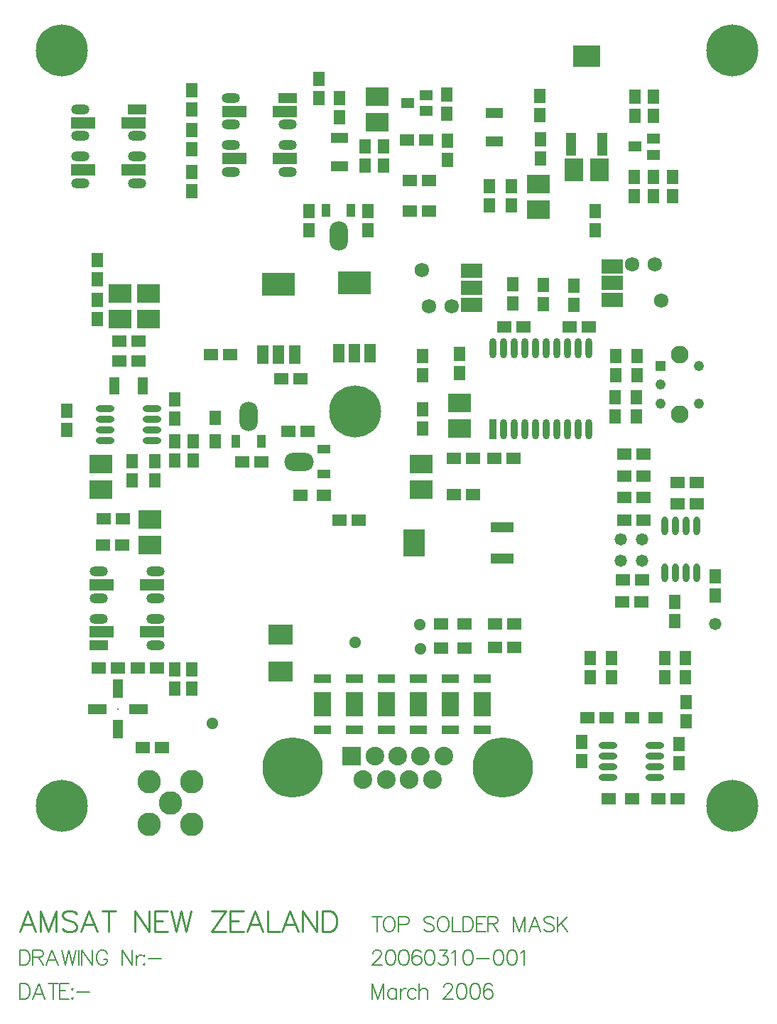
<source format=gts>
%FSLAX24Y24*%
%MOIN*%
G70*
G01*
G75*
%ADD10C,0.0039*%
%ADD11C,0.1102*%
%ADD12C,0.1063*%
%ADD13C,0.0394*%
%ADD14R,0.0940X0.0590*%
%ADD15O,0.0256X0.0866*%
%ADD16R,0.0256X0.0866*%
%ADD17R,0.0827X0.0394*%
%ADD18R,0.0394X0.0827*%
%ADD19R,0.1083X0.0850*%
%ADD20R,0.0709X0.1102*%
%ADD21R,0.0709X0.0354*%
%ADD22R,0.0500X0.0600*%
%ADD23R,0.0709X0.0394*%
%ADD24R,0.1102X0.0472*%
%ADD25O,0.0787X0.0394*%
%ADD26R,0.0787X0.0394*%
%ADD27O,0.0800X0.0240*%
%ADD28R,0.0800X0.1000*%
%ADD29R,0.0551X0.0394*%
%ADD30R,0.1181X0.0906*%
%ADD31R,0.0394X0.0984*%
%ADD32O,0.0787X0.1299*%
%ADD33R,0.0315X0.0551*%
%ADD34R,0.0600X0.0500*%
%ADD35O,0.1299X0.0787*%
%ADD36R,0.0551X0.0315*%
%ADD37O,0.0787X0.1299*%
%ADD38R,0.0315X0.0551*%
%ADD39R,0.1000X0.0800*%
%ADD40R,0.0394X0.0709*%
%ADD41R,0.0984X0.0394*%
%ADD42R,0.0906X0.1181*%
%ADD43O,0.0240X0.0800*%
%ADD44C,0.0512*%
%ADD45C,0.0276*%
%ADD46C,0.0236*%
%ADD47C,0.0098*%
%ADD48C,0.0315*%
%ADD49C,0.0394*%
%ADD50C,0.0433*%
%ADD51C,0.0138*%
%ADD52C,0.0098*%
%ADD53C,0.0118*%
%ADD54C,0.0472*%
%ADD55C,0.0071*%
%ADD56C,0.0100*%
%ADD57R,0.0315X0.0827*%
%ADD58R,0.1378X0.0748*%
%ADD59R,0.1654X0.0984*%
%ADD60R,0.0827X0.0315*%
%ADD61R,0.0315X0.0827*%
%ADD62R,0.2087X0.1220*%
%ADD63R,0.1575X0.1220*%
%ADD64R,0.1575X0.1220*%
%ADD65R,0.1339X0.1496*%
%ADD66R,0.0500X0.0800*%
%ADD67R,0.1500X0.1000*%
%ADD68C,0.0500*%
%ADD69C,0.0600*%
%ADD70C,0.0750*%
%ADD71C,0.0400*%
%ADD72R,0.0400X0.0400*%
%ADD73C,0.1024*%
%ADD74R,0.0800X0.0800*%
%ADD75C,0.0800*%
%ADD76C,0.2750*%
%ADD77P,0.0500X8X0*%
%ADD78C,0.2362*%
%ADD79C,0.2362*%
%ADD80C,0.0551*%
%ADD81C,0.0512*%
%ADD82C,0.0157*%
%ADD83C,0.0787*%
%ADD84C,0.0197*%
%ADD85C,0.0079*%
%ADD86C,0.0080*%
%ADD87C,0.0060*%
%ADD88C,0.0120*%
%ADD89R,0.1019X0.0669*%
%ADD90O,0.0335X0.0945*%
%ADD91R,0.0335X0.0945*%
%ADD92R,0.0906X0.0472*%
%ADD93R,0.0472X0.0906*%
%ADD94R,0.1161X0.0929*%
%ADD95R,0.0787X0.1181*%
%ADD96R,0.0787X0.0433*%
%ADD97R,0.0579X0.0679*%
%ADD98R,0.0787X0.0472*%
%ADD99R,0.1181X0.0551*%
%ADD100O,0.0866X0.0472*%
%ADD101R,0.0866X0.0472*%
%ADD102O,0.0879X0.0319*%
%ADD103R,0.0879X0.1079*%
%ADD104R,0.0630X0.0472*%
%ADD105R,0.1260X0.0984*%
%ADD106R,0.0472X0.1063*%
%ADD107O,0.0866X0.1378*%
%ADD108R,0.0394X0.0630*%
%ADD109R,0.0679X0.0579*%
%ADD110O,0.1378X0.0866*%
%ADD111R,0.0630X0.0394*%
%ADD112O,0.0866X0.1378*%
%ADD113R,0.0394X0.0630*%
%ADD114R,0.1079X0.0879*%
%ADD115R,0.0472X0.0787*%
%ADD116R,0.1063X0.0472*%
%ADD117R,0.0984X0.1260*%
%ADD118O,0.0319X0.0879*%
%ADD119R,0.0579X0.0879*%
%ADD120R,0.1579X0.1079*%
%ADD121C,0.0579*%
%ADD122C,0.0679*%
%ADD123C,0.0829*%
%ADD124C,0.0479*%
%ADD125R,0.0479X0.0479*%
%ADD126C,0.0079*%
%ADD127C,0.1102*%
%ADD128R,0.0879X0.0879*%
%ADD129C,0.0879*%
%ADD130C,0.2829*%
%ADD131P,0.0579X8X0*%
%ADD132C,0.2441*%
%ADD133C,0.2441*%
D47*
X750Y-3937D02*
X375Y-2953D01*
X0Y-3937D01*
X141Y-3609D02*
X609D01*
X979Y-2953D02*
Y-3937D01*
Y-2953D02*
X1354Y-3937D01*
X1729Y-2953D02*
X1354Y-3937D01*
X1729Y-2953D02*
Y-3937D01*
X2666Y-3094D02*
X2573Y-3000D01*
X2432Y-2953D01*
X2245D01*
X2104Y-3000D01*
X2010Y-3094D01*
Y-3187D01*
X2057Y-3281D01*
X2104Y-3328D01*
X2198Y-3375D01*
X2479Y-3468D01*
X2573Y-3515D01*
X2619Y-3562D01*
X2666Y-3656D01*
Y-3796D01*
X2573Y-3890D01*
X2432Y-3937D01*
X2245D01*
X2104Y-3890D01*
X2010Y-3796D01*
X3636Y-3937D02*
X3261Y-2953D01*
X2887Y-3937D01*
X3027Y-3609D02*
X3496D01*
X4194Y-2953D02*
Y-3937D01*
X3866Y-2953D02*
X4522D01*
X5412D02*
Y-3937D01*
Y-2953D02*
X6068Y-3937D01*
Y-2953D02*
Y-3937D01*
X6949Y-2953D02*
X6340D01*
Y-3937D01*
X6949D01*
X6340Y-3422D02*
X6715D01*
X7113Y-2953D02*
X7348Y-3937D01*
X7582Y-2953D02*
X7348Y-3937D01*
X7582Y-2953D02*
X7816Y-3937D01*
X8050Y-2953D02*
X7816Y-3937D01*
X9676Y-2953D02*
X9020Y-3937D01*
Y-2953D02*
X9676D01*
X9020Y-3937D02*
X9676D01*
X10506Y-2953D02*
X9897D01*
Y-3937D01*
X10506D01*
X9897Y-3422D02*
X10272D01*
X11420Y-3937D02*
X11045Y-2953D01*
X10670Y-3937D01*
X10810Y-3609D02*
X11279D01*
X11649Y-2953D02*
Y-3937D01*
X12211D01*
X13069D02*
X12694Y-2953D01*
X12319Y-3937D01*
X12460Y-3609D02*
X12928D01*
X13299Y-2953D02*
Y-3937D01*
Y-2953D02*
X13955Y-3937D01*
Y-2953D02*
Y-3937D01*
X14226Y-2953D02*
Y-3937D01*
Y-2953D02*
X14554D01*
X14695Y-3000D01*
X14789Y-3094D01*
X14836Y-3187D01*
X14882Y-3328D01*
Y-3562D01*
X14836Y-3703D01*
X14789Y-3796D01*
X14695Y-3890D01*
X14554Y-3937D01*
X14226D01*
D55*
X16772Y-3228D02*
Y-3937D01*
X16535Y-3228D02*
X17008D01*
X17295D02*
X17227Y-3262D01*
X17160Y-3330D01*
X17126Y-3397D01*
X17092Y-3498D01*
Y-3667D01*
X17126Y-3768D01*
X17160Y-3836D01*
X17227Y-3903D01*
X17295Y-3937D01*
X17429D01*
X17497Y-3903D01*
X17564Y-3836D01*
X17598Y-3768D01*
X17632Y-3667D01*
Y-3498D01*
X17598Y-3397D01*
X17564Y-3330D01*
X17497Y-3262D01*
X17429Y-3228D01*
X17295D01*
X17797Y-3600D02*
X18101D01*
X18202Y-3566D01*
X18236Y-3532D01*
X18270Y-3465D01*
Y-3363D01*
X18236Y-3296D01*
X18202Y-3262D01*
X18101Y-3228D01*
X17797D01*
Y-3937D01*
X19457Y-3330D02*
X19390Y-3262D01*
X19289Y-3228D01*
X19154D01*
X19052Y-3262D01*
X18985Y-3330D01*
Y-3397D01*
X19019Y-3465D01*
X19052Y-3498D01*
X19120Y-3532D01*
X19322Y-3600D01*
X19390Y-3633D01*
X19423Y-3667D01*
X19457Y-3735D01*
Y-3836D01*
X19390Y-3903D01*
X19289Y-3937D01*
X19154D01*
X19052Y-3903D01*
X18985Y-3836D01*
X19818Y-3228D02*
X19751Y-3262D01*
X19683Y-3330D01*
X19649Y-3397D01*
X19616Y-3498D01*
Y-3667D01*
X19649Y-3768D01*
X19683Y-3836D01*
X19751Y-3903D01*
X19818Y-3937D01*
X19953D01*
X20021Y-3903D01*
X20088Y-3836D01*
X20122Y-3768D01*
X20156Y-3667D01*
Y-3498D01*
X20122Y-3397D01*
X20088Y-3330D01*
X20021Y-3262D01*
X19953Y-3228D01*
X19818D01*
X20321D02*
Y-3937D01*
X20726D01*
X20803Y-3228D02*
Y-3937D01*
Y-3228D02*
X21040D01*
X21141Y-3262D01*
X21208Y-3330D01*
X21242Y-3397D01*
X21276Y-3498D01*
Y-3667D01*
X21242Y-3768D01*
X21208Y-3836D01*
X21141Y-3903D01*
X21040Y-3937D01*
X20803D01*
X21873Y-3228D02*
X21434D01*
Y-3937D01*
X21873D01*
X21434Y-3566D02*
X21704D01*
X21991Y-3228D02*
Y-3937D01*
Y-3228D02*
X22295D01*
X22396Y-3262D01*
X22430Y-3296D01*
X22463Y-3363D01*
Y-3431D01*
X22430Y-3498D01*
X22396Y-3532D01*
X22295Y-3566D01*
X21991D01*
X22227D02*
X22463Y-3937D01*
X23179Y-3228D02*
Y-3937D01*
Y-3228D02*
X23448Y-3937D01*
X23718Y-3228D02*
X23448Y-3937D01*
X23718Y-3228D02*
Y-3937D01*
X24461D02*
X24191Y-3228D01*
X23921Y-3937D01*
X24022Y-3701D02*
X24359D01*
X25098Y-3330D02*
X25031Y-3262D01*
X24930Y-3228D01*
X24795D01*
X24693Y-3262D01*
X24626Y-3330D01*
Y-3397D01*
X24660Y-3465D01*
X24693Y-3498D01*
X24761Y-3532D01*
X24963Y-3600D01*
X25031Y-3633D01*
X25065Y-3667D01*
X25098Y-3735D01*
Y-3836D01*
X25031Y-3903D01*
X24930Y-3937D01*
X24795D01*
X24693Y-3903D01*
X24626Y-3836D01*
X25257Y-3228D02*
Y-3937D01*
X25729Y-3228D02*
X25257Y-3701D01*
X25426Y-3532D02*
X25729Y-3937D01*
X0Y-4803D02*
Y-5512D01*
Y-4803D02*
X236D01*
X337Y-4837D01*
X405Y-4905D01*
X439Y-4972D01*
X472Y-5073D01*
Y-5242D01*
X439Y-5343D01*
X405Y-5411D01*
X337Y-5478D01*
X236Y-5512D01*
X0D01*
X631Y-4803D02*
Y-5512D01*
Y-4803D02*
X935D01*
X1036Y-4837D01*
X1070Y-4871D01*
X1103Y-4938D01*
Y-5006D01*
X1070Y-5073D01*
X1036Y-5107D01*
X935Y-5141D01*
X631D01*
X867D02*
X1103Y-5512D01*
X1802D02*
X1532Y-4803D01*
X1262Y-5512D01*
X1363Y-5276D02*
X1700D01*
X1967Y-4803D02*
X2136Y-5512D01*
X2304Y-4803D02*
X2136Y-5512D01*
X2304Y-4803D02*
X2473Y-5512D01*
X2642Y-4803D02*
X2473Y-5512D01*
X2783Y-4803D02*
Y-5512D01*
X2932Y-4803D02*
Y-5512D01*
Y-4803D02*
X3404Y-5512D01*
Y-4803D02*
Y-5512D01*
X4106Y-4972D02*
X4072Y-4905D01*
X4005Y-4837D01*
X3937Y-4803D01*
X3802D01*
X3735Y-4837D01*
X3667Y-4905D01*
X3634Y-4972D01*
X3600Y-5073D01*
Y-5242D01*
X3634Y-5343D01*
X3667Y-5411D01*
X3735Y-5478D01*
X3802Y-5512D01*
X3937D01*
X4005Y-5478D01*
X4072Y-5411D01*
X4106Y-5343D01*
Y-5242D01*
X3937D02*
X4106D01*
X4825Y-4803D02*
Y-5512D01*
Y-4803D02*
X5297Y-5512D01*
Y-4803D02*
Y-5512D01*
X5493Y-5039D02*
Y-5512D01*
Y-5242D02*
X5526Y-5141D01*
X5594Y-5073D01*
X5661Y-5039D01*
X5763D01*
X5860D02*
X5827Y-5073D01*
X5860Y-5107D01*
X5894Y-5073D01*
X5860Y-5039D01*
Y-5444D02*
X5827Y-5478D01*
X5860Y-5512D01*
X5894Y-5478D01*
X5860Y-5444D01*
X6049Y-5208D02*
X6657D01*
X16535Y-6378D02*
Y-7087D01*
Y-6378D02*
X16805Y-7087D01*
X17075Y-6378D02*
X16805Y-7087D01*
X17075Y-6378D02*
Y-7087D01*
X17683Y-6614D02*
Y-7087D01*
Y-6715D02*
X17615Y-6648D01*
X17548Y-6614D01*
X17446D01*
X17379Y-6648D01*
X17311Y-6715D01*
X17278Y-6817D01*
Y-6884D01*
X17311Y-6985D01*
X17379Y-7053D01*
X17446Y-7087D01*
X17548D01*
X17615Y-7053D01*
X17683Y-6985D01*
X17871Y-6614D02*
Y-7087D01*
Y-6817D02*
X17905Y-6715D01*
X17973Y-6648D01*
X18040Y-6614D01*
X18141D01*
X18610Y-6715D02*
X18543Y-6648D01*
X18475Y-6614D01*
X18374D01*
X18307Y-6648D01*
X18239Y-6715D01*
X18205Y-6817D01*
Y-6884D01*
X18239Y-6985D01*
X18307Y-7053D01*
X18374Y-7087D01*
X18475D01*
X18543Y-7053D01*
X18610Y-6985D01*
X18762Y-6378D02*
Y-7087D01*
Y-6749D02*
X18863Y-6648D01*
X18931Y-6614D01*
X19032D01*
X19100Y-6648D01*
X19133Y-6749D01*
Y-7087D01*
X19909Y-6547D02*
Y-6513D01*
X19943Y-6446D01*
X19977Y-6412D01*
X20044Y-6378D01*
X20179D01*
X20247Y-6412D01*
X20280Y-6446D01*
X20314Y-6513D01*
Y-6581D01*
X20280Y-6648D01*
X20213Y-6749D01*
X19876Y-7087D01*
X20348D01*
X20709Y-6378D02*
X20608Y-6412D01*
X20540Y-6513D01*
X20506Y-6682D01*
Y-6783D01*
X20540Y-6952D01*
X20608Y-7053D01*
X20709Y-7087D01*
X20776D01*
X20878Y-7053D01*
X20945Y-6952D01*
X20979Y-6783D01*
Y-6682D01*
X20945Y-6513D01*
X20878Y-6412D01*
X20776Y-6378D01*
X20709D01*
X21340D02*
X21239Y-6412D01*
X21171Y-6513D01*
X21137Y-6682D01*
Y-6783D01*
X21171Y-6952D01*
X21239Y-7053D01*
X21340Y-7087D01*
X21407D01*
X21508Y-7053D01*
X21576Y-6952D01*
X21610Y-6783D01*
Y-6682D01*
X21576Y-6513D01*
X21508Y-6412D01*
X21407Y-6378D01*
X21340D01*
X22173Y-6479D02*
X22139Y-6412D01*
X22038Y-6378D01*
X21971D01*
X21869Y-6412D01*
X21802Y-6513D01*
X21768Y-6682D01*
Y-6850D01*
X21802Y-6985D01*
X21869Y-7053D01*
X21971Y-7087D01*
X22004D01*
X22106Y-7053D01*
X22173Y-6985D01*
X22207Y-6884D01*
Y-6850D01*
X22173Y-6749D01*
X22106Y-6682D01*
X22004Y-6648D01*
X21971D01*
X21869Y-6682D01*
X21802Y-6749D01*
X21768Y-6850D01*
X16569Y-4972D02*
Y-4938D01*
X16603Y-4871D01*
X16637Y-4837D01*
X16704Y-4803D01*
X16839D01*
X16907Y-4837D01*
X16940Y-4871D01*
X16974Y-4938D01*
Y-5006D01*
X16940Y-5073D01*
X16873Y-5174D01*
X16535Y-5512D01*
X17008D01*
X17369Y-4803D02*
X17268Y-4837D01*
X17200Y-4938D01*
X17166Y-5107D01*
Y-5208D01*
X17200Y-5377D01*
X17268Y-5478D01*
X17369Y-5512D01*
X17436D01*
X17537Y-5478D01*
X17605Y-5377D01*
X17639Y-5208D01*
Y-5107D01*
X17605Y-4938D01*
X17537Y-4837D01*
X17436Y-4803D01*
X17369D01*
X18000D02*
X17898Y-4837D01*
X17831Y-4938D01*
X17797Y-5107D01*
Y-5208D01*
X17831Y-5377D01*
X17898Y-5478D01*
X18000Y-5512D01*
X18067D01*
X18168Y-5478D01*
X18236Y-5377D01*
X18270Y-5208D01*
Y-5107D01*
X18236Y-4938D01*
X18168Y-4837D01*
X18067Y-4803D01*
X18000D01*
X18833Y-4905D02*
X18799Y-4837D01*
X18698Y-4803D01*
X18631D01*
X18529Y-4837D01*
X18462Y-4938D01*
X18428Y-5107D01*
Y-5276D01*
X18462Y-5411D01*
X18529Y-5478D01*
X18631Y-5512D01*
X18664D01*
X18766Y-5478D01*
X18833Y-5411D01*
X18867Y-5309D01*
Y-5276D01*
X18833Y-5174D01*
X18766Y-5107D01*
X18664Y-5073D01*
X18631D01*
X18529Y-5107D01*
X18462Y-5174D01*
X18428Y-5276D01*
X19224Y-4803D02*
X19123Y-4837D01*
X19056Y-4938D01*
X19022Y-5107D01*
Y-5208D01*
X19056Y-5377D01*
X19123Y-5478D01*
X19224Y-5512D01*
X19292D01*
X19393Y-5478D01*
X19461Y-5377D01*
X19494Y-5208D01*
Y-5107D01*
X19461Y-4938D01*
X19393Y-4837D01*
X19292Y-4803D01*
X19224D01*
X19720D02*
X20091D01*
X19889Y-5073D01*
X19990D01*
X20058Y-5107D01*
X20091Y-5141D01*
X20125Y-5242D01*
Y-5309D01*
X20091Y-5411D01*
X20024Y-5478D01*
X19923Y-5512D01*
X19822D01*
X19720Y-5478D01*
X19687Y-5444D01*
X19653Y-5377D01*
X20284Y-4938D02*
X20351Y-4905D01*
X20452Y-4803D01*
Y-5512D01*
X21006Y-4803D02*
X20905Y-4837D01*
X20837Y-4938D01*
X20803Y-5107D01*
Y-5208D01*
X20837Y-5377D01*
X20905Y-5478D01*
X21006Y-5512D01*
X21073D01*
X21174Y-5478D01*
X21242Y-5377D01*
X21276Y-5208D01*
Y-5107D01*
X21242Y-4938D01*
X21174Y-4837D01*
X21073Y-4803D01*
X21006D01*
X21434Y-5208D02*
X22042D01*
X22453Y-4803D02*
X22352Y-4837D01*
X22284Y-4938D01*
X22251Y-5107D01*
Y-5208D01*
X22284Y-5377D01*
X22352Y-5478D01*
X22453Y-5512D01*
X22521D01*
X22622Y-5478D01*
X22689Y-5377D01*
X22723Y-5208D01*
Y-5107D01*
X22689Y-4938D01*
X22622Y-4837D01*
X22521Y-4803D01*
X22453D01*
X23084D02*
X22983Y-4837D01*
X22915Y-4938D01*
X22882Y-5107D01*
Y-5208D01*
X22915Y-5377D01*
X22983Y-5478D01*
X23084Y-5512D01*
X23152D01*
X23253Y-5478D01*
X23320Y-5377D01*
X23354Y-5208D01*
Y-5107D01*
X23320Y-4938D01*
X23253Y-4837D01*
X23152Y-4803D01*
X23084D01*
X23513Y-4938D02*
X23580Y-4905D01*
X23681Y-4803D01*
Y-5512D01*
X0Y-6378D02*
Y-7087D01*
Y-6378D02*
X236D01*
X337Y-6412D01*
X405Y-6479D01*
X439Y-6547D01*
X472Y-6648D01*
Y-6817D01*
X439Y-6918D01*
X405Y-6985D01*
X337Y-7053D01*
X236Y-7087D01*
X0D01*
X1171D02*
X901Y-6378D01*
X631Y-7087D01*
X732Y-6850D02*
X1070D01*
X1572Y-6378D02*
Y-7087D01*
X1336Y-6378D02*
X1808D01*
X2331D02*
X1893D01*
Y-7087D01*
X2331D01*
X1893Y-6715D02*
X2163D01*
X2483Y-6614D02*
X2449Y-6648D01*
X2483Y-6682D01*
X2517Y-6648D01*
X2483Y-6614D01*
Y-7019D02*
X2449Y-7053D01*
X2483Y-7087D01*
X2517Y-7053D01*
X2483Y-7019D01*
X2672Y-6783D02*
X3279D01*
D89*
X21216Y27052D02*
D03*
Y25472D02*
D03*
Y26262D02*
D03*
X27800Y26493D02*
D03*
Y27283D02*
D03*
Y25703D02*
D03*
D90*
X26705Y23425D02*
D03*
X26205D02*
D03*
X25705D02*
D03*
X24705D02*
D03*
X24205D02*
D03*
X23705D02*
D03*
X22705D02*
D03*
X26705Y19646D02*
D03*
X26205D02*
D03*
X25705D02*
D03*
X25205D02*
D03*
X24705D02*
D03*
X24205D02*
D03*
X23705D02*
D03*
X23205D02*
D03*
X22705D02*
D03*
X22205Y23425D02*
D03*
X23205D02*
D03*
X25205D02*
D03*
D91*
X22205Y19646D02*
D03*
D92*
X5571Y6516D02*
D03*
X3642D02*
D03*
D93*
X4606Y5551D02*
D03*
Y7480D02*
D03*
D94*
X12250Y8260D02*
D03*
Y10000D02*
D03*
D95*
X21710Y6720D02*
D03*
X14210D02*
D03*
X15710D02*
D03*
X17210D02*
D03*
X18710D02*
D03*
X20210D02*
D03*
D96*
X21710Y5519D02*
D03*
Y7921D02*
D03*
X14210D02*
D03*
Y5519D02*
D03*
X15710Y7921D02*
D03*
Y5519D02*
D03*
X17210Y7921D02*
D03*
Y5519D02*
D03*
X18710Y7921D02*
D03*
Y5519D02*
D03*
X20210Y7921D02*
D03*
Y5519D02*
D03*
D97*
X9173Y20155D02*
D03*
Y19055D02*
D03*
X14055Y35177D02*
D03*
Y36077D02*
D03*
X8071Y34632D02*
D03*
Y35531D02*
D03*
X30276Y8892D02*
D03*
Y7992D02*
D03*
X31260D02*
D03*
Y8892D02*
D03*
X27795Y8911D02*
D03*
Y8011D02*
D03*
X8071Y33676D02*
D03*
Y32776D02*
D03*
Y31707D02*
D03*
Y30807D02*
D03*
X28888Y34346D02*
D03*
Y35246D02*
D03*
X30659Y31461D02*
D03*
Y30561D02*
D03*
X23071Y30143D02*
D03*
Y31043D02*
D03*
X28848Y30567D02*
D03*
Y31467D02*
D03*
X3661Y27559D02*
D03*
Y26659D02*
D03*
X5276Y18144D02*
D03*
Y17244D02*
D03*
X15000Y35152D02*
D03*
Y34252D02*
D03*
X20039Y34429D02*
D03*
Y35329D02*
D03*
X24400Y34380D02*
D03*
Y35280D02*
D03*
X29754Y34341D02*
D03*
Y35241D02*
D03*
Y31467D02*
D03*
Y30567D02*
D03*
X16339Y29882D02*
D03*
Y28982D02*
D03*
X13583Y29882D02*
D03*
Y28982D02*
D03*
X17087Y32894D02*
D03*
Y31994D02*
D03*
X16220Y31988D02*
D03*
Y32888D02*
D03*
X20079Y32264D02*
D03*
Y33164D02*
D03*
X27008Y28962D02*
D03*
Y29862D02*
D03*
X24439Y32333D02*
D03*
Y33233D02*
D03*
X22047Y30118D02*
D03*
Y31018D02*
D03*
X3661Y24809D02*
D03*
Y25709D02*
D03*
X7283Y21018D02*
D03*
Y20118D02*
D03*
X6339Y17244D02*
D03*
Y18144D02*
D03*
X8150Y18155D02*
D03*
Y19055D02*
D03*
X7283D02*
D03*
Y18155D02*
D03*
X8071Y8380D02*
D03*
Y7480D02*
D03*
X7283D02*
D03*
Y8380D02*
D03*
X24567Y26412D02*
D03*
X30748Y11535D02*
D03*
Y10635D02*
D03*
X20654Y23178D02*
D03*
Y22278D02*
D03*
X18904Y19678D02*
D03*
Y20578D02*
D03*
Y22178D02*
D03*
Y23078D02*
D03*
X27992Y23071D02*
D03*
Y22171D02*
D03*
X28954Y20248D02*
D03*
Y21148D02*
D03*
X27954Y20248D02*
D03*
Y21148D02*
D03*
X31299Y5945D02*
D03*
Y6845D02*
D03*
X2205Y20512D02*
D03*
Y19612D02*
D03*
X30964Y4856D02*
D03*
Y3956D02*
D03*
X26772Y8911D02*
D03*
Y8011D02*
D03*
X32638Y11817D02*
D03*
Y12717D02*
D03*
X26378Y4955D02*
D03*
Y4055D02*
D03*
X28976Y22171D02*
D03*
Y23071D02*
D03*
X24567Y25512D02*
D03*
X23150Y26417D02*
D03*
Y25517D02*
D03*
X26024Y26378D02*
D03*
Y25478D02*
D03*
D98*
X15000Y33307D02*
D03*
Y31969D02*
D03*
X22283Y33130D02*
D03*
Y34469D02*
D03*
D99*
X5354Y31811D02*
D03*
X2992D02*
D03*
Y34016D02*
D03*
X5354D02*
D03*
X12441Y34547D02*
D03*
X10079D02*
D03*
Y32343D02*
D03*
X12441D02*
D03*
X3858Y12323D02*
D03*
X6220D02*
D03*
Y10118D02*
D03*
X3858D02*
D03*
D100*
X5512Y33386D02*
D03*
Y32441D02*
D03*
Y31181D02*
D03*
X2835D02*
D03*
Y32441D02*
D03*
Y33386D02*
D03*
Y34646D02*
D03*
X9921Y35177D02*
D03*
Y33917D02*
D03*
Y32972D02*
D03*
Y31713D02*
D03*
X12598D02*
D03*
Y32972D02*
D03*
Y33917D02*
D03*
X3701Y10748D02*
D03*
Y11693D02*
D03*
Y12953D02*
D03*
X6378D02*
D03*
Y11693D02*
D03*
Y10748D02*
D03*
Y9488D02*
D03*
D101*
X5512Y34646D02*
D03*
X12598Y35177D02*
D03*
X3701Y9488D02*
D03*
D102*
X6220Y19094D02*
D03*
Y19594D02*
D03*
Y20094D02*
D03*
Y20594D02*
D03*
X4020D02*
D03*
Y20094D02*
D03*
Y19594D02*
D03*
Y19094D02*
D03*
X27631Y4788D02*
D03*
Y4288D02*
D03*
Y3788D02*
D03*
Y3288D02*
D03*
X29831D02*
D03*
Y3788D02*
D03*
Y4288D02*
D03*
Y4788D02*
D03*
D103*
X27205Y31791D02*
D03*
X26005D02*
D03*
D104*
X19094Y35315D02*
D03*
Y34567D02*
D03*
X18228Y34941D02*
D03*
X28888Y32884D02*
D03*
X29754Y32510D02*
D03*
Y33258D02*
D03*
D105*
X26614Y37136D02*
D03*
D106*
X27352Y33002D02*
D03*
X25876D02*
D03*
D107*
X10748Y20236D02*
D03*
D108*
X11339Y19055D02*
D03*
X10157D02*
D03*
D109*
X27659Y2302D02*
D03*
X28759D02*
D03*
X19207Y31299D02*
D03*
X18307D02*
D03*
X19094Y33209D02*
D03*
X18194D02*
D03*
X18307Y29882D02*
D03*
X19207D02*
D03*
X6451Y8425D02*
D03*
X5551D02*
D03*
X12289Y22008D02*
D03*
X13189D02*
D03*
X9882Y23150D02*
D03*
X8982D02*
D03*
X5591Y23780D02*
D03*
X4691D02*
D03*
Y22835D02*
D03*
X5591D02*
D03*
X3943Y15433D02*
D03*
X4843D02*
D03*
X4803Y14213D02*
D03*
X3903D02*
D03*
X4606Y8425D02*
D03*
X3706D02*
D03*
X15900Y15354D02*
D03*
X15000D02*
D03*
X26659Y6102D02*
D03*
X27559D02*
D03*
X21299Y16575D02*
D03*
X20399D02*
D03*
X12604Y19528D02*
D03*
X13504D02*
D03*
X22328Y10512D02*
D03*
X23228D02*
D03*
X20394Y18268D02*
D03*
X21294D02*
D03*
X29291Y16417D02*
D03*
X28391D02*
D03*
X28386Y18465D02*
D03*
X29286D02*
D03*
X6693Y4685D02*
D03*
X5793D02*
D03*
X19766Y9370D02*
D03*
X20866D02*
D03*
X19766Y10512D02*
D03*
X20866D02*
D03*
X29840Y6102D02*
D03*
X28740D02*
D03*
X13191Y16535D02*
D03*
X14291D02*
D03*
X30880Y2302D02*
D03*
X29980D02*
D03*
X29286Y15354D02*
D03*
X28386D02*
D03*
X29286Y17441D02*
D03*
X28386D02*
D03*
X30872Y17126D02*
D03*
X31772D02*
D03*
X31766Y16142D02*
D03*
X30866D02*
D03*
X28273Y11535D02*
D03*
X29173D02*
D03*
X23228Y9409D02*
D03*
X22328D02*
D03*
X29213Y12559D02*
D03*
X28313D02*
D03*
X22289Y18268D02*
D03*
X23189D02*
D03*
X10439Y18110D02*
D03*
X11339D02*
D03*
X25827Y24449D02*
D03*
X26727D02*
D03*
X23656D02*
D03*
X22756D02*
D03*
D110*
X13110Y18110D02*
D03*
D111*
X14291Y18701D02*
D03*
Y17520D02*
D03*
D112*
X14970Y28703D02*
D03*
D113*
X14380Y29884D02*
D03*
X15561D02*
D03*
D114*
X16772Y34035D02*
D03*
Y35235D02*
D03*
X24360Y29931D02*
D03*
Y31131D02*
D03*
X6063Y25984D02*
D03*
Y24784D02*
D03*
X4724Y26003D02*
D03*
Y24803D02*
D03*
X3819Y16811D02*
D03*
Y18011D02*
D03*
X6102Y14213D02*
D03*
Y15413D02*
D03*
X18858Y16811D02*
D03*
Y18011D02*
D03*
X20654Y19678D02*
D03*
Y20878D02*
D03*
D115*
X5787Y21654D02*
D03*
X4449D02*
D03*
D116*
X22638Y13563D02*
D03*
Y15039D02*
D03*
D117*
X18504Y14301D02*
D03*
D118*
X31766Y15112D02*
D03*
X31266D02*
D03*
X30766D02*
D03*
X30266Y15112D02*
D03*
X30266Y12912D02*
D03*
X30766D02*
D03*
X31266D02*
D03*
X31766D02*
D03*
D119*
X12164Y23149D02*
D03*
X11424D02*
D03*
X12904D02*
D03*
X16447Y23188D02*
D03*
X14967D02*
D03*
X15707D02*
D03*
D120*
X12164Y26449D02*
D03*
X15707Y26488D02*
D03*
D121*
X28228Y14465D02*
D03*
X29228D02*
D03*
Y13465D02*
D03*
X28228D02*
D03*
X32638Y10512D02*
D03*
D122*
X18898Y27087D02*
D03*
X20276Y25394D02*
D03*
X19213D02*
D03*
X29803Y27362D02*
D03*
X28740D02*
D03*
X30118Y25669D02*
D03*
D123*
X30994Y20328D02*
D03*
Y23128D02*
D03*
D124*
X31869Y20843D02*
D03*
Y22613D02*
D03*
X30099Y20843D02*
D03*
Y21728D02*
D03*
D125*
Y22613D02*
D03*
D126*
X4606Y6516D02*
D03*
D127*
X7087Y2087D02*
D03*
X6087Y3087D02*
D03*
X8087Y1087D02*
D03*
Y3087D02*
D03*
X6087Y1087D02*
D03*
D128*
X15591Y4291D02*
D03*
D129*
X16671D02*
D03*
X17751D02*
D03*
X18831D02*
D03*
X19911D02*
D03*
X16131Y3211D02*
D03*
X17211D02*
D03*
X18291D02*
D03*
X19371D02*
D03*
D130*
X12831Y3751D02*
D03*
X22671D02*
D03*
D131*
X9055Y5827D02*
D03*
X18780Y10472D02*
D03*
X15748Y9646D02*
D03*
X18819Y9331D02*
D03*
D132*
X1969Y37402D02*
D03*
X15748Y20472D02*
D03*
D133*
X33465Y1969D02*
D03*
X1969D02*
D03*
X33465Y37402D02*
D03*
M02*

</source>
